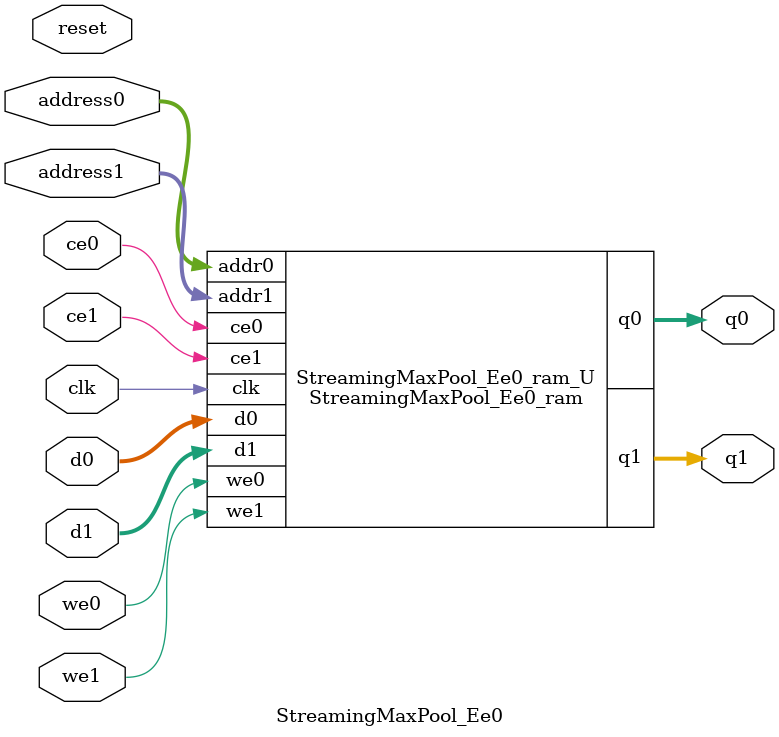
<source format=v>

`timescale 1 ns / 1 ps
module StreamingMaxPool_Ee0_ram (addr0, ce0, d0, we0, q0, addr1, ce1, d1, we1, q1,  clk);

parameter DWIDTH = 128;
parameter AWIDTH = 3;
parameter MEM_SIZE = 5;

input[AWIDTH-1:0] addr0;
input ce0;
input[DWIDTH-1:0] d0;
input we0;
output reg[DWIDTH-1:0] q0;
input[AWIDTH-1:0] addr1;
input ce1;
input[DWIDTH-1:0] d1;
input we1;
output reg[DWIDTH-1:0] q1;
input clk;

(* ram_style = "block" *)reg [DWIDTH-1:0] ram[0:MEM_SIZE-1];




always @(posedge clk)  
begin 
    if (ce0) 
    begin
        if (we0) 
        begin 
            ram[addr0] <= d0; 
            q0 <= d0;
        end 
        else 
            q0 <= ram[addr0];
    end
end


always @(posedge clk)  
begin 
    if (ce1) 
    begin
        if (we1) 
        begin 
            ram[addr1] <= d1; 
            q1 <= d1;
        end 
        else 
            q1 <= ram[addr1];
    end
end


endmodule


`timescale 1 ns / 1 ps
module StreamingMaxPool_Ee0(
    reset,
    clk,
    address0,
    ce0,
    we0,
    d0,
    q0,
    address1,
    ce1,
    we1,
    d1,
    q1);

parameter DataWidth = 32'd128;
parameter AddressRange = 32'd5;
parameter AddressWidth = 32'd3;
input reset;
input clk;
input[AddressWidth - 1:0] address0;
input ce0;
input we0;
input[DataWidth - 1:0] d0;
output[DataWidth - 1:0] q0;
input[AddressWidth - 1:0] address1;
input ce1;
input we1;
input[DataWidth - 1:0] d1;
output[DataWidth - 1:0] q1;



StreamingMaxPool_Ee0_ram StreamingMaxPool_Ee0_ram_U(
    .clk( clk ),
    .addr0( address0 ),
    .ce0( ce0 ),
    .we0( we0 ),
    .d0( d0 ),
    .q0( q0 ),
    .addr1( address1 ),
    .ce1( ce1 ),
    .we1( we1 ),
    .d1( d1 ),
    .q1( q1 ));

endmodule


</source>
